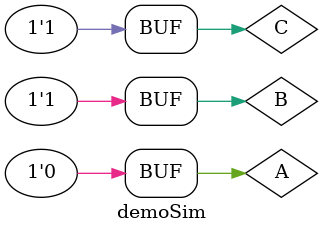
<source format=v>
`timescale 1ns / 1ps


module demoSim();

    reg A;
    reg B;
    reg C;
    
    wire X;
    wire Y;
    
    demo UUT(
        .A(A), //put name of reg in ()
        .B(B),
        .C(C),
        .X(X),
        .Y(Y)
    );
    
    initial begin
    A = 0;
    B = 0;
    C = 0;
    
    #10; //delay for 10 nanoseconds
    C=1;
    #10;
    
    B=1;
    C=0;
    #10;
    
    C=1;
    #10;
    
    A=0;
    B=0;
    C=0;
    #10;
     
    C=1;
    #10;
    
    B=1;
    C=0;
    #10;
    
    C=1;
    
    
    end
    
endmodule

</source>
